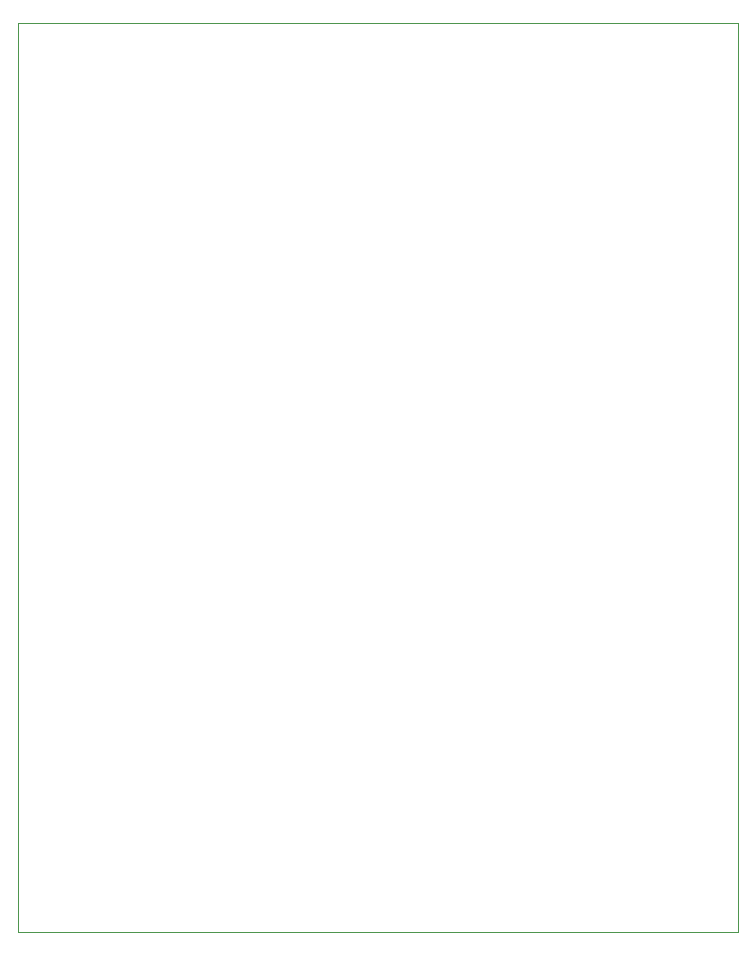
<source format=gbr>
G04 #@! TF.GenerationSoftware,KiCad,Pcbnew,(5.1.2)-2*
G04 #@! TF.CreationDate,2020-05-01T16:22:06+07:00*
G04 #@! TF.ProjectId,l298n,6c323938-6e2e-46b6-9963-61645f706362,rev?*
G04 #@! TF.SameCoordinates,Original*
G04 #@! TF.FileFunction,Profile,NP*
%FSLAX46Y46*%
G04 Gerber Fmt 4.6, Leading zero omitted, Abs format (unit mm)*
G04 Created by KiCad (PCBNEW (5.1.2)-2) date 2020-05-01 16:22:06*
%MOMM*%
%LPD*%
G04 APERTURE LIST*
%ADD10C,0.050000*%
G04 APERTURE END LIST*
D10*
X79248000Y-17526000D02*
X79248000Y-94488000D01*
X140208000Y-17526000D02*
X79248000Y-17526000D01*
X140208000Y-17780000D02*
X140208000Y-17526000D01*
X140208000Y-18542000D02*
X140208000Y-17780000D01*
X140208000Y-94488000D02*
X140208000Y-18542000D01*
X79248000Y-94488000D02*
X140208000Y-94488000D01*
M02*

</source>
